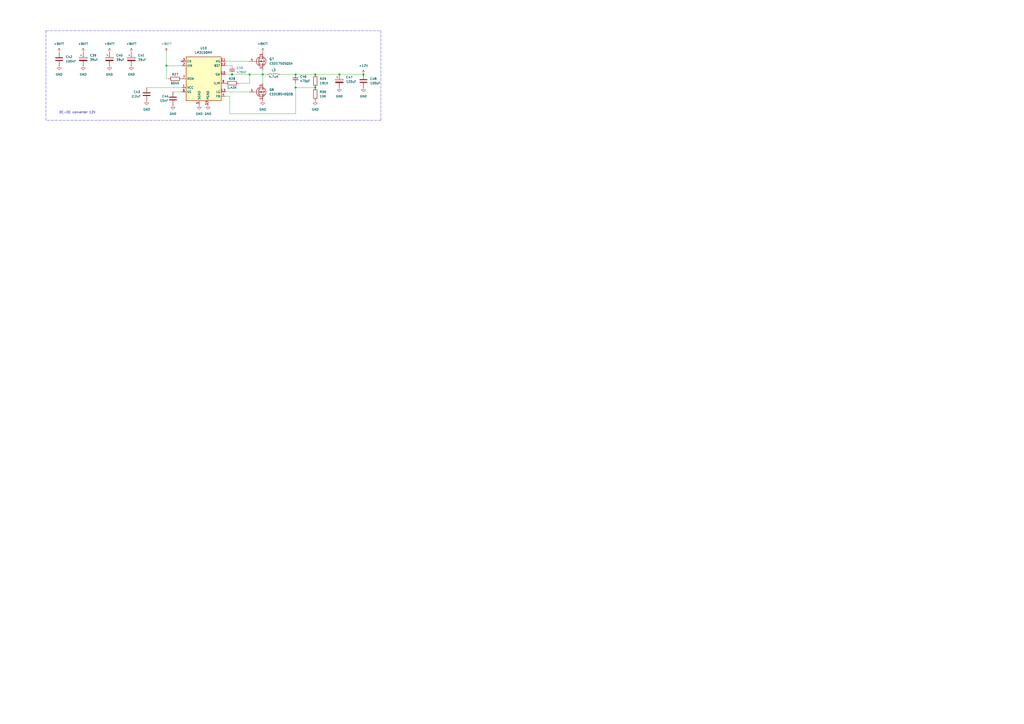
<source format=kicad_sch>
(kicad_sch (version 20211123) (generator eeschema)
  (paper "A2")
  (title_block (title "Robotont mainboard") (date "2022-11-24") (rev "v1") (company "University of Tartu"))
  (lib_symbols
    (symbol "Device:C" (pin_numbers hide) (pin_names (offset 0.254))
      (property "Reference" "C" (at 0.635 2.54 0))
      (property "Value" "C" (at 0.635 -2.54 0))
      (symbol "C_0_1"
        (polyline (pts (xy -2.032 -0.762) (xy 2.032 -0.762)) (stroke (width 0.508)))
        (polyline (pts (xy -2.032 0.762) (xy 2.032 0.762)) (stroke (width 0.508)))
      )
      (symbol "C_1_1"
        (pin passive line (at 0 3.81 270) (length 2.794) (name "~") (number "1"))
        (pin passive line (at 0 -3.81 90) (length 2.794) (name "~") (number "2"))
      )
    )
    (symbol "Device:C_Polarized" (pin_numbers hide) (pin_names (offset 0.254))
      (property "Reference" "C" (at 0.635 2.54 0))
      (property "Value" "C_Polarized" (at 0.635 -2.54 0))
      (symbol "C_Polarized_0_1"
        (rectangle (start -2.286 0.508) (end 2.286 1.016))
        (polyline (pts (xy -1.778 2.286) (xy -0.762 2.286)))
        (polyline (pts (xy -1.27 2.794) (xy -1.27 1.778)))
        (rectangle (start 2.286 -0.508) (end -2.286 -1.016) (fill (type outline)))
      )
      (symbol "C_Polarized_1_1"
        (pin passive line (at 0 3.81 270) (length 2.794) (name "~") (number "1"))
        (pin passive line (at 0 -3.81 90) (length 2.794) (name "~") (number "2"))
      )
    )
    (symbol "Device:C_Small" (pin_numbers hide) (pin_names (offset 0.254) hide)
      (property "Reference" "C" (at 0.254 1.778 0))
      (property "Value" "C_Small" (at 0.254 -2.032 0))
      (symbol "C_Small_0_1"
        (polyline (pts (xy -1.524 -0.508) (xy 1.524 -0.508)) (stroke (width 0.3302)))
        (polyline (pts (xy -1.524 0.508) (xy 1.524 0.508)) (stroke (width 0.3048)))
      )
      (symbol "C_Small_1_1"
        (pin passive line (at 0 2.54 270) (length 2.032) (name "~") (number "1"))
        (pin passive line (at 0 -2.54 90) (length 2.032) (name "~") (number "2"))
      )
    )
    (symbol "Device:L" (pin_numbers hide) (pin_names (offset 1.016) hide)
      (property "Reference" "L" (at -1.27 0 90))
      (property "Value" "L" (at 1.905 0 90))
      (symbol "L_0_1"
        (arc (start 0 -2.54) (mid 0.635 -1.905) (end 0 -1.27))
        (arc (start 0 -1.27) (mid 0.635 -0.635) (end 0 0))
        (arc (start 0 0) (mid 0.635 0.635) (end 0 1.27))
        (arc (start 0 1.27) (mid 0.635 1.905) (end 0 2.54))
      )
      (symbol "L_1_1"
        (pin passive line (at 0 3.81 270) (length 1.27) (name "1") (number "1"))
        (pin passive line (at 0 -3.81 90) (length 1.27) (name "2") (number "2"))
      )
    )
    (symbol "Device:R" (pin_numbers hide) (pin_names (offset 0))
      (property "Reference" "R" (at 2.032 0 90))
      (property "Value" "R" (at 0 0 90))
      (symbol "R_0_1"
        (rectangle (start -1.016 -2.54) (end 1.016 2.54) (stroke (width 0.254)))
      )
      (symbol "R_1_1"
        (pin passive line (at 0 3.81 270) (length 1.27) (name "~") (number "1"))
        (pin passive line (at 0 -3.81 90) (length 1.27) (name "~") (number "2"))
      )
    )
    (symbol "Regulator_Switching:LM3150MH"
      (property "Reference" "U" (at -10.16 13.97 0))
      (property "Value" "LM3150MH" (at 2.54 13.97 0))
      (symbol "LM3150MH_0_1"
        (rectangle (start -10.16 12.7) (end 10.16 -12.7) (stroke (width 0.254)) (fill (type background)))
      )
      (symbol "LM3150MH_1_1"
        (pin power_out line (at -12.7 -5.08 0) (length 2.54) (name "VCC") (number "1"))
        (pin output line (at 12.7 2.54 180) (length 2.54) (name "SW") (number "10"))
        (pin output line (at 12.7 10.16 180) (length 2.54) (name "HG") (number "11"))
        (pin passive line (at 12.7 7.62 180) (length 2.54) (name "BST") (number "12"))
        (pin output line (at 12.7 -7.62 180) (length 2.54) (name "LG") (number "13"))
        (pin power_in line (at 2.54 -15.24 90) (length 2.54) (name "PGND") (number "14"))
        (pin power_in line (at -2.54 -15.24 90) (length 2.54) hide (name "SGND") (number "15"))
        (pin power_in line (at -12.7 7.62 0) (length 2.54) (name "VIN") (number "2"))
        (pin input line (at -12.7 10.16 0) (length 2.54) (name "EN") (number "3"))
        (pin input line (at 12.7 -10.16 180) (length 2.54) (name "FB") (number "4"))
        (pin power_in line (at -2.54 -15.24 90) (length 2.54) (name "SGND") (number "5"))
        (pin passive line (at -12.7 -7.62 0) (length 2.54) (name "SS") (number "6"))
        (pin input line (at -12.7 0 0) (length 2.54) (name "RON") (number "7"))
        (pin input line (at 12.7 -2.54 180) (length 2.54) (name "ILIM") (number "8"))
        (pin power_in line (at -2.54 -15.24 90) (length 2.54) hide (name "SGND") (number "9"))
      )
    )
    (symbol "Transistor_FET:CSD17505Q5A" (pin_names hide)
      (property "Reference" "Q" (at 5.08 1.905 0))
      (property "Value" "CSD17505Q5A" (at 5.08 0 0))
      (symbol "CSD17505Q5A_0_1"
        (polyline (pts (xy 0.254 0) (xy -2.54 0)))
        (polyline (pts (xy 0.254 1.905) (xy 0.254 -1.905)) (stroke (width 0.254)))
        (polyline (pts (xy 0.762 -1.27) (xy 0.762 -2.286)) (stroke (width 0.254)))
        (polyline (pts (xy 0.762 0.508) (xy 0.762 -0.508)) (stroke (width 0.254)))
        (polyline (pts (xy 0.762 2.286) (xy 0.762 1.27)) (stroke (width 0.254)))
        (polyline (pts (xy 2.54 2.54) (xy 2.54 1.778)))
        (polyline (pts (xy 2.54 -2.54) (xy 2.54 0) (xy 0.762 0)))
        (polyline (pts (xy 0.762 -1.778) (xy 3.302 -1.778) (xy 3.302 1.778) (xy 0.762 1.778)))
        (polyline (pts (xy 1.016 0) (xy 2.032 0.381) (xy 2.032 -0.381) (xy 1.016 0)) (fill (type outline)))
        (polyline (pts (xy 2.794 0.508) (xy 2.921 0.381) (xy 3.683 0.381) (xy 3.81 0.254)))
        (polyline (pts (xy 3.302 0.381) (xy 2.921 -0.254) (xy 3.683 -0.254) (xy 3.302 0.381)))
        (circle (center 1.651 0) (radius 2.794) (stroke (width 0.254)))
        (circle (center 2.54 -1.778) (radius 0.254) (fill (type outline)))
        (circle (center 2.54 1.778) (radius 0.254) (fill (type outline)))
      )
      (symbol "CSD17505Q5A_1_1"
        (pin passive line (at 2.54 -5.08 90) (length 2.54) (name "S") (number "1"))
        (pin passive line (at 2.54 -5.08 90) (length 2.54) hide (name "S") (number "2"))
        (pin passive line (at 2.54 -5.08 90) (length 2.54) hide (name "S") (number "3"))
        (pin passive line (at -5.08 0 0) (length 2.54) (name "G") (number "4"))
        (pin passive line (at 2.54 5.08 270) (length 2.54) (name "D") (number "5"))
      )
    )
    (symbol "Transistor_FET:CSD18540Q5B" (pin_names hide)
      (property "Reference" "Q" (at 5.08 1.905 0))
      (property "Value" "CSD18540Q5B" (at 5.08 0 0))
      (symbol "CSD18540Q5B_0_1"
        (polyline (pts (xy 0.254 0) (xy -2.54 0)))
        (polyline (pts (xy 0.254 1.905) (xy 0.254 -1.905)) (stroke (width 0.254)))
        (polyline (pts (xy 0.762 -1.27) (xy 0.762 -2.286)) (stroke (width 0.254)))
        (polyline (pts (xy 0.762 0.508) (xy 0.762 -0.508)) (stroke (width 0.254)))
        (polyline (pts (xy 0.762 2.286) (xy 0.762 1.27)) (stroke (width 0.254)))
        (polyline (pts (xy 2.54 2.54) (xy 2.54 1.778)))
        (polyline (pts (xy 2.54 -2.54) (xy 2.54 0) (xy 0.762 0)))
        (polyline (pts (xy 0.762 -1.778) (xy 3.302 -1.778) (xy 3.302 1.778) (xy 0.762 1.778)))
        (polyline (pts (xy 1.016 0) (xy 2.032 0.381) (xy 2.032 -0.381) (xy 1.016 0)) (fill (type outline)))
        (polyline (pts (xy 2.794 0.508) (xy 2.921 0.381) (xy 3.683 0.381) (xy 3.81 0.254)))
        (polyline (pts (xy 3.302 0.381) (xy 2.921 -0.254) (xy 3.683 -0.254) (xy 3.302 0.381)))
        (circle (center 1.651 0) (radius 2.794) (stroke (width 0.254)))
        (circle (center 2.54 -1.778) (radius 0.254) (fill (type outline)))
        (circle (center 2.54 1.778) (radius 0.254) (fill (type outline)))
      )
      (symbol "CSD18540Q5B_1_1"
        (pin passive line (at 2.54 -5.08 90) (length 2.54) (name "S") (number "1"))
        (pin passive line (at 2.54 -5.08 90) (length 2.54) hide (name "S") (number "2"))
        (pin passive line (at 2.54 -5.08 90) (length 2.54) hide (name "S") (number "3"))
        (pin passive line (at -5.08 0 0) (length 2.54) (name "G") (number "4"))
        (pin passive line (at 2.54 5.08 270) (length 2.54) (name "D") (number "5"))
      )
    )
    (symbol "power:+12V" (power) (pin_names (offset 0))
      (property "Value" "+12V" (at 0 3.556 0))
      (symbol "+12V_0_1"
        (polyline (pts (xy -0.762 1.27) (xy 0 2.54)))
        (polyline (pts (xy 0 0) (xy 0 2.54)))
        (polyline (pts (xy 0 2.54) (xy 0.762 1.27)))
      )
      (symbol "+12V_1_1"
        (pin power_in line (at 0 0 90) (length 0) hide (name "+12V") (number "1"))
      )
    )
    (symbol "power:+BATT" (power) (pin_names (offset 0))
      (property "Value" "+BATT" (at 0 3.556 0))
      (symbol "+BATT_0_1"
        (polyline (pts (xy -0.762 1.27) (xy 0 2.54)))
        (polyline (pts (xy 0 0) (xy 0 2.54)))
        (polyline (pts (xy 0 2.54) (xy 0.762 1.27)))
      )
      (symbol "+BATT_1_1"
        (pin power_in line (at 0 0 90) (length 0) hide (name "+BATT") (number "1"))
      )
    )
    (symbol "power:GND" (power) (pin_names (offset 0))
      (property "Value" "GND" (at 0 -3.81 0))
      (symbol "GND_0_1"
        (polyline (pts (xy 0 0) (xy 0 -1.27) (xy 1.27 -1.27) (xy 0 -2.54) (xy -1.27 -1.27) (xy 0 -1.27)))
      )
      (symbol "GND_1_1"
        (pin power_in line (at 0 0 270) (length 0) hide (name "GND") (number "1"))
      )
    )
  )
  (junction (at 182.88 43.18))
  (junction (at 182.88 50.8))
  (junction (at 152.4 43.18))
  (junction (at 96.52 38.1))
  (junction (at 134.62 43.18))
  (junction (at 196.85 43.18))
  (junction (at 210.82 43.18))
  (junction (at 171.45 50.8))
  (junction (at 144.78 43.18))
  (junction (at 171.45 43.18))
  (no_connect (at 105.41 35.56))
  (wire (pts (xy 171.45 50.8) (xy 171.45 66.04)))
  (polyline (pts (xy 26.67 17.78) (xy 26.67 69.85)))
  (wire (pts (xy 171.45 48.26) (xy 171.45 50.8)))
  (wire (pts (xy 133.35 55.88) (xy 130.81 55.88)))
  (wire (pts (xy 97.79 45.72) (xy 96.52 45.72)))
  (wire (pts (xy 130.81 38.1) (xy 134.62 38.1)))
  (wire (pts (xy 134.62 43.18) (xy 144.78 43.18)))
  (wire (pts (xy 85.09 50.8) (xy 105.41 50.8)))
  (wire (pts (xy 138.43 48.26) (xy 144.78 48.26)))
  (wire (pts (xy 152.4 40.64) (xy 152.4 43.18)))
  (wire (pts (xy 133.35 66.04) (xy 133.35 55.88)))
  (polyline (pts (xy 220.98 17.78) (xy 220.98 69.85)))
  (wire (pts (xy 130.81 43.18) (xy 134.62 43.18)))
  (wire (pts (xy 171.45 50.8) (xy 182.88 50.8)))
  (wire (pts (xy 100.33 53.34) (xy 105.41 53.34)))
  (wire (pts (xy 152.4 43.18) (xy 152.4 48.26)))
  (wire (pts (xy 152.4 43.18) (xy 144.78 43.18)))
  (wire (pts (xy 144.78 48.26) (xy 144.78 43.18)))
  (polyline (pts (xy 26.67 17.78) (xy 220.98 17.78)))
  (wire (pts (xy 130.81 35.56) (xy 144.78 35.56)))
  (wire (pts (xy 154.94 43.18) (xy 152.4 43.18)))
  (polyline (pts (xy 220.98 69.85) (xy 26.67 69.85)))
  (wire (pts (xy 96.52 38.1) (xy 105.41 38.1)))
  (wire (pts (xy 171.45 43.18) (xy 182.88 43.18)))
  (wire (pts (xy 96.52 45.72) (xy 96.52 38.1)))
  (wire (pts (xy 171.45 66.04) (xy 133.35 66.04)))
  (wire (pts (xy 130.81 53.34) (xy 144.78 53.34)))
  (wire (pts (xy 182.88 43.18) (xy 196.85 43.18)))
  (wire (pts (xy 196.85 43.18) (xy 210.82 43.18)))
  (wire (pts (xy 162.56 43.18) (xy 171.45 43.18)))
  (wire (pts (xy 96.52 30.48) (xy 96.52 38.1)))
  (text "DC-DC converter 12V" (at 34.29 66.04 0) (effects (font (size 1.27 1.27)) (justify left bottom)))
  (symbol (lib_id "Device:C_Polarized") (at 48.26 34.29 0) (unit 1)
    (property "Reference" "C39" (at 52.07 32.1309 0) (effects (justify left)))
    (property "Value" "39uF" (at 52.07 34.6709 0) (effects (justify left)))
    (property "Footprint" "Robotont:CAP-SMD_BD8.0-L8.3-W8.3-LS9.0-FD_35SVPF39M" (effects hide))
    (property "Datasheet" "https://datasheet.lcsc.com/lcsc/1810121627_PANASONIC-35SVPF39M_C189474.pdf" (effects hide))
  )
  (symbol (lib_id "Device:C_Small") (at 134.62 40.64 0) (unit 1)
    (property "Reference" "C45" (at 137.16 39.3762 0) (effects (justify left)))
    (property "Value" "470nF" (at 137.16 41.9162 0) (effects (justify left)))
    (property "Footprint" "Capacitor_SMD:C_0805_2012Metric_Pad1.18x1.45mm_HandSolder" (effects hide))
  )
  (symbol (lib_id "Transistor_FET:CSD18540Q5B") (at 149.86 53.34 0) (unit 1)
    (property "Reference" "Q8" (at 156.21 52.0699 0) (effects (justify left)))
    (property "Value" "CSD18540Q5B" (at 156.21 54.6099 0) (effects (justify left)))
    (property "Footprint" "Package_TO_SOT_SMD:TDSON-8-1" (effects hide))
    (property "Datasheet" "http://www.ti.com/lit/gpn/csd18540q5b" (effects hide))
  )
  (symbol (lib_id "power:+BATT") (at 152.4 30.48 0) (unit 1)
    (property "Reference" "#PWR0159" (effects hide))
    (property "Value" "+BATT" (at 152.4 25.4 0))
  )
  (symbol (lib_id "Device:C_Polarized") (at 76.2 34.29 0) (unit 1)
    (property "Reference" "C41" (at 80.01 32.1309 0) (effects (justify left)))
    (property "Value" "39uF" (at 80.01 34.6709 0) (effects (justify left)))
    (property "Footprint" "Robotont:CAP-SMD_BD8.0-L8.3-W8.3-LS9.0-FD_35SVPF39M" (effects hide))
    (property "Datasheet" "https://datasheet.lcsc.com/lcsc/1810121627_PANASONIC-35SVPF39M_C189474.pdf" (effects hide))
  )
  (symbol (lib_id "Device:R") (at 182.88 54.61 0) (unit 1)
    (property "Reference" "R30" (at 185.42 53.3399 0) (effects (justify left)))
    (property "Value" "10K" (at 185.42 55.8799 0) (effects (justify left)))
    (property "Footprint" "Resistor_SMD:R_0805_2012Metric_Pad1.20x1.40mm_HandSolder" (effects hide))
  )
  (symbol (lib_id "Device:R") (at 134.62 48.26 90) (unit 1)
    (property "Reference" "R28" (at 134.62 45.72 90))
    (property "Value" "1.43K" (at 134.62 50.8 90))
    (property "Footprint" "Resistor_SMD:R_0805_2012Metric_Pad1.20x1.40mm_HandSolder" (effects hide))
  )
  (symbol (lib_id "Device:C_Polarized") (at 63.5 34.29 0) (unit 1)
    (property "Reference" "C40" (at 67.31 32.1309 0) (effects (justify left)))
    (property "Value" "39uF" (at 67.31 34.6709 0) (effects (justify left)))
    (property "Footprint" "Robotont:CAP-SMD_BD8.0-L8.3-W8.3-LS9.0-FD_35SVPF39M" (effects hide))
    (property "Datasheet" "https://datasheet.lcsc.com/lcsc/1810121627_PANASONIC-35SVPF39M_C189474.pdf" (effects hide))
  )
  (symbol (lib_id "power:GND") (at 182.88 58.42 0) (unit 1)
    (property "Reference" "#PWR015" (effects hide))
    (property "Value" "GND" (at 182.88 63.5 0))
  )
  (symbol (lib_id "power:GND") (at 85.09 58.42 0) (unit 1)
    (property "Reference" "#PWR09" (effects hide))
    (property "Value" "GND" (at 85.09 63.5 0))
  )
  (symbol (lib_id "Device:C") (at 34.29 34.29 0) (unit 1)
    (property "Reference" "C42" (at 38.1 33.0199 0) (effects (justify left)))
    (property "Value" "100nF" (at 38.1 35.5599 0) (effects (justify left)))
    (property "Footprint" "Capacitor_SMD:C_0805_2012Metric_Pad1.18x1.45mm_HandSolder" (effects hide))
    (property "Datasheet" "https://datasheet.lcsc.com/lcsc/1810101813_YAGEO-CC0805KRX7R9BB104_C49678.pdf" (effects hide))
  )
  (symbol (lib_id "power:GND") (at 196.85 50.8 0) (unit 1)
    (property "Reference" "#PWR017" (effects hide))
    (property "Value" "GND" (at 196.85 55.88 0))
  )
  (symbol (lib_id "Device:L") (at 158.75 43.18 90) (unit 1)
    (property "Reference" "L3" (at 158.75 40.64 90))
    (property "Value" "4.7uH" (at 158.75 44.45 90))
    (property "Footprint" "Robotont:IND-SMD_L17.5-W17.5" (effects hide))
    (property "Datasheet" "https://datasheet.lcsc.com/lcsc/2202241530_SXN-Shun-Xiang-Nuo-Elec-SMMS1770-4R7M_C2976965.pdf" (effects hide))
  )
  (symbol (lib_id "Device:R") (at 182.88 46.99 0) (unit 1)
    (property "Reference" "R29" (at 185.42 45.7199 0) (effects (justify left)))
    (property "Value" "191K" (at 185.42 48.2599 0) (effects (justify left)))
    (property "Footprint" "Resistor_SMD:R_0805_2012Metric_Pad1.20x1.40mm_HandSolder" (effects hide))
  )
  (symbol (lib_id "Device:R") (at 101.6 45.72 90) (unit 1)
    (property "Reference" "R27" (at 101.6 43.18 90))
    (property "Value" "604K" (at 101.6 48.26 90))
    (property "Footprint" "Resistor_SMD:R_0805_2012Metric_Pad1.20x1.40mm_HandSolder" (effects hide))
  )
  (symbol (lib_id "Regulator_Switching:LM3150MH") (at 118.11 45.72 0) (unit 1)
    (property "Reference" "U10" (at 118.11 27.94 0))
    (property "Value" "LM3150MH" (at 118.11 30.48 0))
    (property "Footprint" "Package_SO:HTSSOP-14-1EP_4.4x5mm_P0.65mm_EP3.4x5mm_Mask3x3.1mm" (effects hide))
    (property "Datasheet" "http://www.ti.com/lit/ds/symlink/lm3150.pdf" (effects hide))
  )
  (symbol (lib_id "power:GND") (at 48.26 38.1 0) (unit 1)
    (property "Reference" "#PWR04" (effects hide))
    (property "Value" "GND" (at 48.26 43.18 0))
  )
  (symbol (lib_id "Device:C") (at 100.33 57.15 0) (unit 1)
    (property "Reference" "C44" (at 93.98 55.88 0) (effects (justify left)))
    (property "Value" "15nF" (at 92.71 58.42 0) (effects (justify left)))
    (property "Footprint" "Capacitor_SMD:C_0805_2012Metric_Pad1.18x1.45mm_HandSolder" (effects hide))
  )
  (symbol (lib_id "Device:C_Polarized") (at 196.85 46.99 0) (unit 1)
    (property "Reference" "C47" (at 200.66 44.8309 0) (effects (justify left)))
    (property "Value" "120uF" (at 200.66 47.3709 0) (effects (justify left)))
    (property "Footprint" "Robotont:CAP-SMD_BD10.0-L10.3-W10.3-FD_EEHZC1E331P" (effects hide))
    (property "Datasheet" "https://ee.farnell.com/panasonic/eehzt1h121p/cap-120uf-50v-alu-elec-hybrid/dp/3584424?st=3584424" (effects hide))
  )
  (symbol (lib_id "power:GND") (at 63.5 38.1 0) (unit 1)
    (property "Reference" "#PWR06" (effects hide))
    (property "Value" "GND" (at 63.5 43.18 0))
  )
  (symbol (lib_id "power:GND") (at 34.29 38.1 0) (unit 1)
    (property "Reference" "#PWR02" (effects hide))
    (property "Value" "GND" (at 34.29 43.18 0))
  )
  (symbol (lib_id "power:GND") (at 100.33 60.96 0) (unit 1)
    (property "Reference" "#PWR011" (effects hide))
    (property "Value" "GND" (at 100.33 66.04 0))
  )
  (symbol (lib_id "Device:C") (at 85.09 54.61 0) (unit 1)
    (property "Reference" "C43" (at 77.47 53.34 0) (effects (justify left)))
    (property "Value" "2.2uF" (at 76.2 55.88 0) (effects (justify left)))
    (property "Footprint" "Capacitor_SMD:C_0805_2012Metric_Pad1.18x1.45mm_HandSolder" (effects hide))
  )
  (symbol (lib_id "power:GND") (at 152.4 58.42 0) (unit 1)
    (property "Reference" "#PWR014" (effects hide))
    (property "Value" "GND" (at 152.4 63.5 0))
  )
  (symbol (lib_id "Device:C") (at 210.82 46.99 0) (unit 1)
    (property "Reference" "C48" (at 214.63 45.7199 0) (effects (justify left)))
    (property "Value" "100uF" (at 214.63 48.2599 0) (effects (justify left)))
    (property "Footprint" "Capacitor_SMD:C_1210_3225Metric_Pad1.33x2.70mm_HandSolder" (effects hide))
    (property "Datasheet" "https://ee.farnell.com/taiyo-yuden/emk325abj107mm-t/cap-100-f-16v-20-x5r-1210/dp/2309033?st=2309033" (effects hide))
  )
  (symbol (lib_id "power:+BATT") (at 34.29 30.48 0) (unit 1)
    (property "Reference" "#PWR01" (effects hide))
    (property "Value" "+BATT" (at 34.29 25.4 0))
  )
  (symbol (lib_id "power:+12V") (at 210.82 43.18 0) (unit 1)
    (property "Reference" "#PWR016" (effects hide))
    (property "Value" "+12V" (at 210.82 38.1 0))
  )
  (symbol (lib_id "Device:C_Small") (at 171.45 45.72 0) (unit 1)
    (property "Reference" "C46" (at 173.99 44.4562 0) (effects (justify left)))
    (property "Value" "470pF" (at 173.99 46.9962 0) (effects (justify left)))
    (property "Footprint" "Capacitor_SMD:C_0805_2012Metric_Pad1.18x1.45mm_HandSolder" (effects hide))
  )
  (symbol (lib_id "power:+BATT") (at 96.52 30.48 0) (unit 1)
    (property "Reference" "#PWR010" (effects hide))
    (property "Value" "+BATT" (at 96.52 25.4 0))
  )
  (symbol (lib_id "power:GND") (at 76.2 38.1 0) (unit 1)
    (property "Reference" "#PWR08" (effects hide))
    (property "Value" "GND" (at 76.2 43.18 0))
  )
  (symbol (lib_id "power:+BATT") (at 63.5 30.48 0) (unit 1)
    (property "Reference" "#PWR05" (effects hide))
    (property "Value" "+BATT" (at 63.5 25.4 0))
  )
  (symbol (lib_id "Transistor_FET:CSD17505Q5A") (at 149.86 35.56 0) (unit 1)
    (property "Reference" "Q7" (at 156.21 34.2899 0) (effects (justify left)))
    (property "Value" "CSD17505Q5A" (at 156.21 36.8299 0) (effects (justify left)))
    (property "Footprint" "Package_TO_SOT_SMD:TDSON-8-1" (effects hide))
    (property "Datasheet" "http://www.ti.com/lit/gpn/csd17505q5a" (effects hide))
  )
  (symbol (lib_id "power:+BATT") (at 76.2 30.48 0) (unit 1)
    (property "Reference" "#PWR07" (effects hide))
    (property "Value" "+BATT" (at 76.2 25.4 0))
  )
  (symbol (lib_id "power:+BATT") (at 48.26 30.48 0) (unit 1)
    (property "Reference" "#PWR03" (effects hide))
    (property "Value" "+BATT" (at 48.26 25.4 0))
  )
  (symbol (lib_id "power:GND") (at 115.57 60.96 0) (unit 1)
    (property "Reference" "#PWR012" (effects hide))
    (property "Value" "GND" (at 115.57 66.04 0))
  )
  (symbol (lib_id "power:GND") (at 210.82 50.8 0) (unit 1)
    (property "Reference" "#PWR018" (effects hide))
    (property "Value" "GND" (at 210.82 55.88 0))
  )
  (symbol (lib_id "power:GND") (at 120.65 60.96 0) (unit 1)
    (property "Reference" "#PWR013" (effects hide))
    (property "Value" "GND" (at 120.65 66.04 0))
  )
)
</source>
